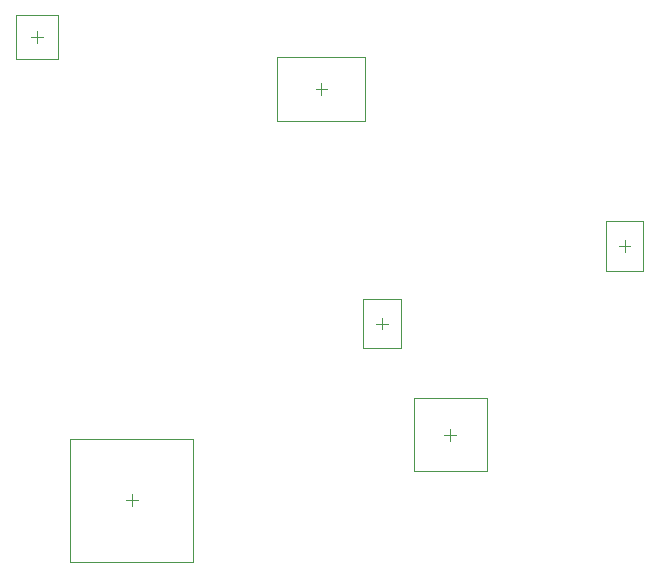
<source format=gbr>
%TF.GenerationSoftware,Altium Limited,Altium Designer,20.2.4 (192)*%
G04 Layer_Color=32768*
%FSLAX25Y25*%
%MOIN*%
%TF.SameCoordinates,A525E99E-696F-4D77-ADFC-FB6725D68D10*%
%TF.FilePolarity,Positive*%
%TF.FileFunction,Other,Mechanical_15*%
%TF.Part,Single*%
G01*
G75*
%TA.AperFunction,NonConductor*%
%ADD132C,0.00394*%
D132*
X236811Y278696D02*
Y295232D01*
X249409Y278696D02*
Y295232D01*
X236811D02*
X249409D01*
X236811Y278696D02*
X249409D01*
X241142Y286964D02*
X245079D01*
X243110Y284996D02*
Y288933D01*
X155850Y269305D02*
X168449D01*
X155850Y252770D02*
X168449D01*
X168449Y269305D01*
X155850D02*
X155850Y252770D01*
X162150Y259069D02*
Y263006D01*
X160181Y261038D02*
X164118D01*
X78882Y200153D02*
Y204090D01*
X76913Y202122D02*
X80850D01*
X58410Y222594D02*
X99354Y222594D01*
X58410Y181649D02*
X99354D01*
X58410D02*
Y222594D01*
X99354Y181649D02*
X99354Y222594D01*
X185039Y222004D02*
Y225941D01*
X183071Y223972D02*
X187008D01*
X172835Y236177D02*
X197244D01*
X172835Y211768D02*
X197244D01*
X172835D02*
Y236177D01*
X197244Y211768D02*
Y236177D01*
X142071Y337130D02*
Y341067D01*
X140102Y339098D02*
X144039D01*
X127406Y328468D02*
X156736D01*
X127406Y349728D02*
X156736D01*
Y328468D02*
Y349728D01*
X127406Y328468D02*
Y349728D01*
X40354Y364031D02*
X54134D01*
X40354Y349268D02*
X54134D01*
Y364031D01*
X40354Y349268D02*
Y364031D01*
X47244Y354681D02*
Y358618D01*
X45276Y356649D02*
X49213D01*
%TF.MD5,7b38f2a27902cf4e358237a9a564ebbc*%
M02*

</source>
